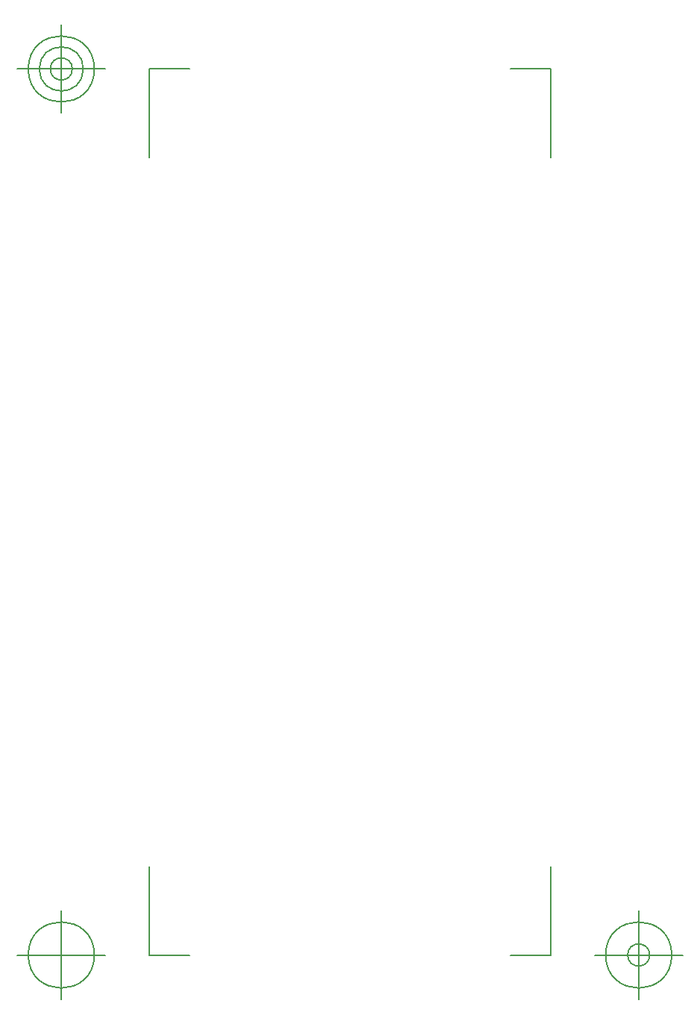
<source format=gbr>
G04 Generated by Ultiboard 14.0 *
%FSLAX34Y34*%
%MOMM*%

%ADD10C,0.0001*%
%ADD11C,0.1270*%


G04 ColorRGB FF14FF for the following layer *
%LNSilkScreenBottom*%
%LPD*%
G54D10*
G54D11*
X-2540Y-2540D02*
X-2540Y97968D01*
X-2540Y-2540D02*
X42968Y-2540D01*
X452540Y-2540D02*
X407032Y-2540D01*
X452540Y-2540D02*
X452540Y97968D01*
X452540Y1002540D02*
X452540Y902032D01*
X452540Y1002540D02*
X407032Y1002540D01*
X-2540Y1002540D02*
X42968Y1002540D01*
X-2540Y1002540D02*
X-2540Y902032D01*
X-52540Y-2540D02*
X-152540Y-2540D01*
X-102540Y-52540D02*
X-102540Y47460D01*
X-140040Y-2540D02*
G75*
D01*
G02X-140040Y-2540I37500J0*
G01*
X502540Y-2540D02*
X602540Y-2540D01*
X552540Y-52540D02*
X552540Y47460D01*
X515040Y-2540D02*
G75*
D01*
G02X515040Y-2540I37500J0*
G01*
X540040Y-2540D02*
G75*
D01*
G02X540040Y-2540I12500J0*
G01*
X-52540Y1002540D02*
X-152540Y1002540D01*
X-102540Y952540D02*
X-102540Y1052540D01*
X-140040Y1002540D02*
G75*
D01*
G02X-140040Y1002540I37500J0*
G01*
X-127540Y1002540D02*
G75*
D01*
G02X-127540Y1002540I25000J0*
G01*
X-115040Y1002540D02*
G75*
D01*
G02X-115040Y1002540I12500J0*
G01*

M02*

</source>
